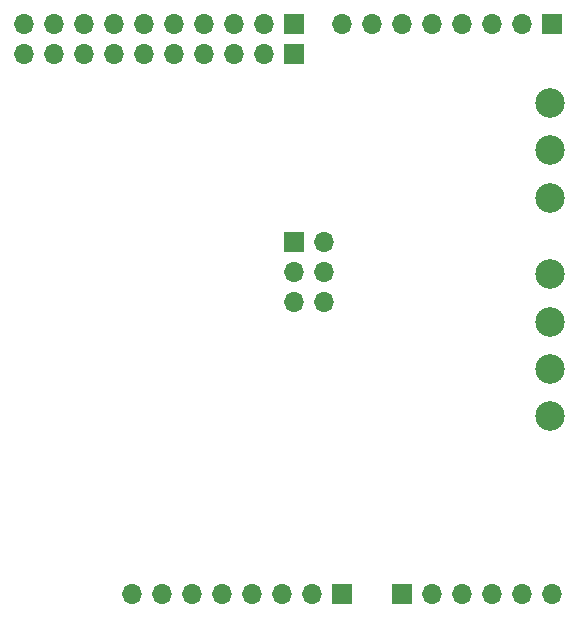
<source format=gbr>
%TF.GenerationSoftware,KiCad,Pcbnew,(5.1.8)-1*%
%TF.CreationDate,2021-04-06T00:10:20+02:00*%
%TF.ProjectId,GBAHD_Shield,47424148-445f-4536-9869-656c642e6b69,rev?*%
%TF.SameCoordinates,Original*%
%TF.FileFunction,Soldermask,Bot*%
%TF.FilePolarity,Negative*%
%FSLAX46Y46*%
G04 Gerber Fmt 4.6, Leading zero omitted, Abs format (unit mm)*
G04 Created by KiCad (PCBNEW (5.1.8)-1) date 2021-04-06 00:10:20*
%MOMM*%
%LPD*%
G01*
G04 APERTURE LIST*
%ADD10C,2.500000*%
%ADD11O,1.700000X1.700000*%
%ADD12R,1.700000X1.700000*%
G04 APERTURE END LIST*
D10*
%TO.C,U4*%
X90492000Y-61881000D03*
X90492000Y-57881000D03*
X90492000Y-53881000D03*
X90492000Y-49881000D03*
X90492000Y-43381000D03*
X90492000Y-39381000D03*
X90492000Y-35381000D03*
%TD*%
D11*
%TO.C,J11*%
X71374000Y-52197000D03*
X68834000Y-52197000D03*
X71374000Y-49657000D03*
X68834000Y-49657000D03*
X71374000Y-47117000D03*
D12*
X68834000Y-47117000D03*
%TD*%
D11*
%TO.C,J8*%
X45974000Y-31250000D03*
X48514000Y-31250000D03*
X51054000Y-31250000D03*
X53594000Y-31250000D03*
X56134000Y-31250000D03*
X58674000Y-31250000D03*
X61214000Y-31250000D03*
X63754000Y-31250000D03*
X66294000Y-31250000D03*
D12*
X68834000Y-31250000D03*
%TD*%
D11*
%TO.C,J10*%
X45974000Y-28702000D03*
X48514000Y-28702000D03*
X51054000Y-28702000D03*
X53594000Y-28702000D03*
X56134000Y-28702000D03*
X58674000Y-28702000D03*
X61214000Y-28702000D03*
X63754000Y-28702000D03*
X66294000Y-28702000D03*
D12*
X68834000Y-28702000D03*
%TD*%
D11*
%TO.C,J9*%
X72898000Y-28702000D03*
X75438000Y-28702000D03*
X77978000Y-28702000D03*
X80518000Y-28702000D03*
X83058000Y-28702000D03*
X85598000Y-28702000D03*
X88138000Y-28702000D03*
D12*
X90678000Y-28702000D03*
%TD*%
D11*
%TO.C,J6*%
X90678000Y-76962000D03*
X88138000Y-76962000D03*
X85598000Y-76962000D03*
X83058000Y-76962000D03*
X80518000Y-76962000D03*
D12*
X77978000Y-76962000D03*
%TD*%
D11*
%TO.C,J7*%
X55118000Y-76962000D03*
X57658000Y-76962000D03*
X60198000Y-76962000D03*
X62738000Y-76962000D03*
X65278000Y-76962000D03*
X67818000Y-76962000D03*
X70358000Y-76962000D03*
D12*
X72898000Y-76962000D03*
%TD*%
M02*

</source>
